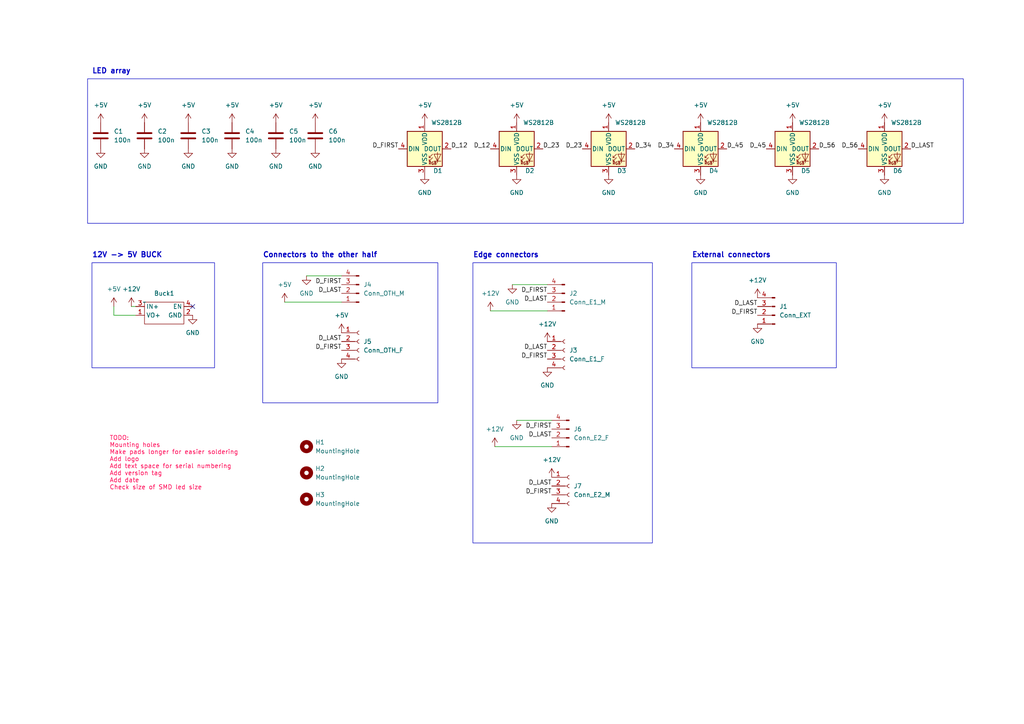
<source format=kicad_sch>
(kicad_sch (version 20230121) (generator eeschema)
  (paper "A4")
  (lib_symbols
    (symbol "--local:5v_buck"
      (property "Reference" "U" (at 5.08 1.27 0))
      (symbol "5v_buck_0_1"
        (rectangle (start 0 0) (end 11.43 -6.35))
      )
      (symbol "5v_buck_1_1"
        (pin input line (at -2.54 -3.81 0) (length 2.54) (name "VO+") (number "1"))
        (pin input line (at 13.97 -3.81 180) (length 2.54) (name "GND") (number "2"))
        (pin input line (at -2.54 -1.27 0) (length 2.54) (name "IN+") (number "3"))
        (pin input line (at 13.97 -1.27 180) (length 2.54) (name "EN") (number "4"))
      )
    )
    (symbol "Connector:Conn_01x04_Pin" (pin_names (offset 1.016) hide)
      (property "Reference" "J" (at 0 5.08 0))
      (property "Value" "Conn_01x04_Pin" (at 0 -7.62 0))
      (symbol "Conn_01x04_Pin_1_1"
        (polyline (pts (xy 1.27 -5.08) (xy 0.8636 -5.08)) (stroke (width 0.1524)))
        (polyline (pts (xy 1.27 -2.54) (xy 0.8636 -2.54)) (stroke (width 0.1524)))
        (polyline (pts (xy 1.27 0) (xy 0.8636 0)) (stroke (width 0.1524)))
        (polyline (pts (xy 1.27 2.54) (xy 0.8636 2.54)) (stroke (width 0.1524)))
        (rectangle (start 0.8636 -4.953) (end 0 -5.207) (stroke (width 0.1524)) (fill (type outline)))
        (rectangle (start 0.8636 -2.413) (end 0 -2.667) (stroke (width 0.1524)) (fill (type outline)))
        (rectangle (start 0.8636 0.127) (end 0 -0.127) (stroke (width 0.1524)) (fill (type outline)))
        (rectangle (start 0.8636 2.667) (end 0 2.413) (stroke (width 0.1524)) (fill (type outline)))
        (pin passive line (at 5.08 2.54 180) (length 3.81) (name "Pin_1") (number "1"))
        (pin passive line (at 5.08 0 180) (length 3.81) (name "Pin_2") (number "2"))
        (pin passive line (at 5.08 -2.54 180) (length 3.81) (name "Pin_3") (number "3"))
        (pin passive line (at 5.08 -5.08 180) (length 3.81) (name "Pin_4") (number "4"))
      )
    )
    (symbol "Connector:Conn_01x04_Socket" (pin_names (offset 1.016) hide)
      (property "Reference" "J" (at 0 5.08 0))
      (property "Value" "Conn_01x04_Socket" (at 0 -7.62 0))
      (symbol "Conn_01x04_Socket_1_1"
        (arc (start 0 -4.572) (mid -0.5058 -5.08) (end 0 -5.588) (stroke (width 0.1524)))
        (arc (start 0 -2.032) (mid -0.5058 -2.54) (end 0 -3.048) (stroke (width 0.1524)))
        (polyline (pts (xy -1.27 -5.08) (xy -0.508 -5.08)) (stroke (width 0.1524)))
        (polyline (pts (xy -1.27 -2.54) (xy -0.508 -2.54)) (stroke (width 0.1524)))
        (polyline (pts (xy -1.27 0) (xy -0.508 0)) (stroke (width 0.1524)))
        (polyline (pts (xy -1.27 2.54) (xy -0.508 2.54)) (stroke (width 0.1524)))
        (arc (start 0 0.508) (mid -0.5058 0) (end 0 -0.508) (stroke (width 0.1524)))
        (arc (start 0 3.048) (mid -0.5058 2.54) (end 0 2.032) (stroke (width 0.1524)))
        (pin passive line (at -5.08 2.54 0) (length 3.81) (name "Pin_1") (number "1"))
        (pin passive line (at -5.08 0 0) (length 3.81) (name "Pin_2") (number "2"))
        (pin passive line (at -5.08 -2.54 0) (length 3.81) (name "Pin_3") (number "3"))
        (pin passive line (at -5.08 -5.08 0) (length 3.81) (name "Pin_4") (number "4"))
      )
    )
    (symbol "Device:C" (pin_numbers hide) (pin_names (offset 0.254))
      (property "Reference" "C" (at 0.635 2.54 0))
      (property "Value" "C" (at 0.635 -2.54 0))
      (symbol "C_0_1"
        (polyline (pts (xy -2.032 -0.762) (xy 2.032 -0.762)) (stroke (width 0.508)))
        (polyline (pts (xy -2.032 0.762) (xy 2.032 0.762)) (stroke (width 0.508)))
      )
      (symbol "C_1_1"
        (pin passive line (at 0 3.81 270) (length 2.794) (name "~") (number "1"))
        (pin passive line (at 0 -3.81 90) (length 2.794) (name "~") (number "2"))
      )
    )
    (symbol "LED:WS2812B" (pin_names (offset 0.254))
      (property "Reference" "D" (at 5.08 5.715 0))
      (property "Value" "WS2812B" (at 1.27 -5.715 0))
      (symbol "WS2812B_0_0"
        (text "RGB" (at 2.286 -4.191 0) (effects (font (size 0.762 0.762))))
      )
      (symbol "WS2812B_0_1"
        (polyline (pts (xy 1.27 -3.556) (xy 1.778 -3.556)))
        (polyline (pts (xy 1.27 -2.54) (xy 1.778 -2.54)))
        (polyline (pts (xy 4.699 -3.556) (xy 2.667 -3.556)))
        (polyline (pts (xy 2.286 -2.54) (xy 1.27 -3.556) (xy 1.27 -3.048)))
        (polyline (pts (xy 2.286 -1.524) (xy 1.27 -2.54) (xy 1.27 -2.032)))
        (polyline (pts (xy 3.683 -1.016) (xy 3.683 -3.556) (xy 3.683 -4.064)))
        (polyline (pts (xy 4.699 -1.524) (xy 2.667 -1.524) (xy 3.683 -3.556) (xy 4.699 -1.524)))
        (rectangle (start 5.08 5.08) (end -5.08 -5.08) (stroke (width 0.254)) (fill (type background)))
      )
      (symbol "WS2812B_1_1"
        (pin power_in line (at 0 7.62 270) (length 2.54) (name "VDD") (number "1"))
        (pin output line (at 7.62 0 180) (length 2.54) (name "DOUT") (number "2"))
        (pin power_in line (at 0 -7.62 90) (length 2.54) (name "VSS") (number "3"))
        (pin input line (at -7.62 0 0) (length 2.54) (name "DIN") (number "4"))
      )
    )
    (symbol "Mechanical:MountingHole" (pin_names (offset 1.016))
      (property "Reference" "H" (at 0 5.08 0))
      (property "Value" "MountingHole" (at 0 3.175 0))
      (symbol "MountingHole_0_1"
        (circle (center 0 0) (radius 1.27) (stroke (width 1.27)))
      )
    )
    (symbol "power:+12V" (power) (pin_names (offset 0))
      (property "Value" "+12V" (at 0 3.556 0))
      (symbol "+12V_0_1"
        (polyline (pts (xy -0.762 1.27) (xy 0 2.54)))
        (polyline (pts (xy 0 0) (xy 0 2.54)))
        (polyline (pts (xy 0 2.54) (xy 0.762 1.27)))
      )
      (symbol "+12V_1_1"
        (pin power_in line (at 0 0 90) (length 0) hide (name "+12V") (number "1"))
      )
    )
    (symbol "power:+5V" (power) (pin_names (offset 0))
      (property "Value" "+5V" (at 0 3.556 0))
      (symbol "+5V_0_1"
        (polyline (pts (xy -0.762 1.27) (xy 0 2.54)))
        (polyline (pts (xy 0 0) (xy 0 2.54)))
        (polyline (pts (xy 0 2.54) (xy 0.762 1.27)))
      )
      (symbol "+5V_1_1"
        (pin power_in line (at 0 0 90) (length 0) hide (name "+5V") (number "1"))
      )
    )
    (symbol "power:GND" (power) (pin_names (offset 0))
      (property "Value" "GND" (at 0 -3.81 0))
      (symbol "GND_0_1"
        (polyline (pts (xy 0 0) (xy 0 -1.27) (xy 1.27 -1.27) (xy 0 -2.54) (xy -1.27 -1.27) (xy 0 -1.27)))
      )
      (symbol "GND_1_1"
        (pin power_in line (at 0 0 270) (length 0) hide (name "GND") (number "1"))
      )
    )
  )
  (no_connect (at 55.88 88.9))
  (wire (pts (xy 38.1 88.9) (xy 39.37 88.9)))
  (wire (pts (xy 149.86 121.92) (xy 160.02 121.92)))
  (wire (pts (xy 33.02 88.9) (xy 33.02 91.44)))
  (wire (pts (xy 88.9 80.01) (xy 99.06 80.01)))
  (wire (pts (xy 82.55 87.63) (xy 99.06 87.63)))
  (wire (pts (xy 33.02 91.44) (xy 39.37 91.44)))
  (wire (pts (xy 143.51 129.54) (xy 160.02 129.54)))
  (wire (pts (xy 148.59 82.55) (xy 158.75 82.55)))
  (wire (pts (xy 142.24 90.17) (xy 158.75 90.17)))
  (rectangle (start 200.66 76.2) (end 242.57 106.68))
  (rectangle (start 25.4 22.86) (end 279.4 64.77))
  (rectangle (start 137.16 76.2) (end 189.23 157.48))
  (rectangle (start 26.67 76.2) (end 62.23 106.68))
  (rectangle (start 76.2 76.2) (end 127 116.84))
  (text "Edge connectors" (at 137.16 74.93 0) (effects (font (size 1.5 1.5) (thickness 0.3) bold) (justify left bottom)))
  (text "12V -> 5V BUCK" (at 26.67 74.93 0) (effects (font (size 1.5 1.5) (thickness 0.3) bold) (justify left bottom)))
  (text "Connectors to the other half" (at 76.2 74.93 0) (effects (font (size 1.5 1.5) (thickness 0.3) bold) (justify left bottom)))
  (text "LED array" (at 26.67 21.59 0) (effects (font (size 1.5 1.5) (thickness 0.3) bold) (justify left bottom)))
  (text "TODO:\nMounting holes\nMake pads longer for easier soldering \nAdd logo\nAdd text space for serial numbering\nAdd version tag\nAdd date\nCheck size of SMD led size" (at 31.75 142.24 0) (effects (font (size 1.27 1.27)) (justify left bottom)))
  (text "External connectors" (at 200.66 74.93 0) (effects (font (size 1.5 1.5) (thickness 0.3) bold) (justify left bottom)))
  (label "D_LAST" (at 160.02 140.97 180))
  (label "D_LAST" (at 160.02 127 180))
  (label "D_FIRST" (at 219.71 91.44 180))
  (label "D_34" (at 184.15 43.18 0))
  (label "D_FIRST" (at 158.75 104.14 180))
  (label "D_LAST" (at 219.71 88.9 180))
  (label "D_23" (at 157.48 43.18 0))
  (label "D_56" (at 237.49 43.18 0))
  (label "D_23" (at 168.91 43.18 180))
  (label "D_FIRST" (at 160.02 143.51 180))
  (label "D_45" (at 222.25 43.18 180))
  (label "D_FIRST" (at 158.75 85.09 180))
  (label "D_FIRST" (at 115.57 43.18 180))
  (label "D_LAST" (at 99.06 85.09 180))
  (label "D_FIRST" (at 99.06 82.55 180))
  (label "D_LAST" (at 158.75 101.6 180))
  (label "D_56" (at 248.92 43.18 180))
  (label "D_45" (at 210.82 43.18 0))
  (label "D_FIRST" (at 160.02 124.46 180))
  (label "D_12" (at 142.24 43.18 180))
  (label "D_34" (at 195.58 43.18 180))
  (label "D_LAST" (at 158.75 87.63 180))
  (label "D_12" (at 130.81 43.18 0))
  (label "D_LAST" (at 264.16 43.18 0))
  (label "D_FIRST" (at 99.06 101.6 180))
  (label "D_LAST" (at 99.06 99.06 180))
  (symbol (lib_id "power:GND") (at 41.91 43.18 0) (unit 1)
    (property "Reference" "#PWR07" (effects hide))
    (property "Value" "GND" (at 41.91 48.26 0))
  )
  (symbol (lib_id "LED:WS2812B") (at 176.53 43.18 0) (unit 1)
    (property "Reference" "D3" (at 180.34 49.53 0))
    (property "Value" "WS2812B" (at 182.88 35.56 0))
    (property "Footprint" "LED_SMD:LED_WS2812B_PLCC4_5.0x5.0mm_P3.2mm" (effects hide))
    (property "Datasheet" "https://cdn-shop.adafruit.com/datasheets/WS2812B.pdf" (effects hide))
  )
  (symbol (lib_id "power:GND") (at 158.75 106.68 0) (unit 1)
    (property "Reference" "#PWR021" (effects hide))
    (property "Value" "GND" (at 158.75 111.76 0))
  )
  (symbol (lib_id "power:+5V") (at 82.55 87.63 0) (unit 1)
    (property "Reference" "#PWR025" (effects hide))
    (property "Value" "+5V" (at 82.55 82.55 0))
  )
  (symbol (lib_id "Mechanical:MountingHole") (at 88.9 129.54 0) (unit 1)
    (property "Reference" "H1" (at 91.44 128.27 0) (effects (justify left)))
    (property "Value" "MountingHole" (at 91.44 130.81 0) (effects (justify left)))
    (property "Footprint" "MountingHole:MountingHole_3.2mm_M3" (effects hide))
  )
  (symbol (lib_id "power:+5V") (at 99.06 96.52 0) (unit 1)
    (property "Reference" "#PWR027" (effects hide))
    (property "Value" "+5V" (at 99.06 91.44 0))
  )
  (symbol (lib_id "LED:WS2812B") (at 229.87 43.18 0) (unit 1)
    (property "Reference" "D5" (at 233.68 49.53 0))
    (property "Value" "WS2812B" (at 236.22 35.56 0))
    (property "Footprint" "LED_SMD:LED_WS2812B_PLCC4_5.0x5.0mm_P3.2mm" (effects hide))
    (property "Datasheet" "https://cdn-shop.adafruit.com/datasheets/WS2812B.pdf" (effects hide))
  )
  (symbol (lib_id "power:+5V") (at 67.31 35.56 0) (unit 1)
    (property "Reference" "#PWR039" (effects hide))
    (property "Value" "+5V" (at 67.31 30.48 0))
  )
  (symbol (lib_id "power:GND") (at 149.86 121.92 0) (unit 1)
    (property "Reference" "#PWR030" (effects hide))
    (property "Value" "GND" (at 149.86 127 0))
  )
  (symbol (lib_id "power:+5V") (at 256.54 35.56 0) (unit 1)
    (property "Reference" "#PWR034" (effects hide))
    (property "Value" "+5V" (at 256.54 30.48 0))
  )
  (symbol (lib_id "power:+5V") (at 54.61 35.56 0) (unit 1)
    (property "Reference" "#PWR038" (effects hide))
    (property "Value" "+5V" (at 54.61 30.48 0))
  )
  (symbol (lib_id "Mechanical:MountingHole") (at 88.9 137.16 0) (unit 1)
    (property "Reference" "H2" (at 91.44 135.89 0) (effects (justify left)))
    (property "Value" "MountingHole" (at 91.44 138.43 0) (effects (justify left)))
    (property "Footprint" "MountingHole:MountingHole_3.2mm_M3" (effects hide))
  )
  (symbol (lib_id "power:+5V") (at 29.21 35.56 0) (unit 1)
    (property "Reference" "#PWR036" (effects hide))
    (property "Value" "+5V" (at 29.21 30.48 0))
  )
  (symbol (lib_id "Device:C") (at 67.31 39.37 0) (unit 1)
    (property "Reference" "C4" (at 71.12 38.1 0) (effects (justify left)))
    (property "Value" "100n" (at 71.12 40.64 0) (effects (justify left)))
    (property "Footprint" "Capacitor_SMD:C_0805_2012Metric_Pad1.18x1.45mm_HandSolder" (effects hide))
  )
  (symbol (lib_id "power:+5V") (at 33.02 88.9 0) (unit 1)
    (property "Reference" "#PWR04" (effects hide))
    (property "Value" "+5V" (at 33.02 83.82 0))
  )
  (symbol (lib_id "power:GND") (at 219.71 93.98 0) (unit 1)
    (property "Reference" "#PWR019" (effects hide))
    (property "Value" "GND" (at 219.71 99.06 0))
  )
  (symbol (lib_id "power:+5V") (at 149.86 35.56 0) (unit 1)
    (property "Reference" "#PWR08" (effects hide))
    (property "Value" "+5V" (at 149.86 30.48 0))
  )
  (symbol (lib_id "Device:C") (at 54.61 39.37 0) (unit 1)
    (property "Reference" "C3" (at 58.42 38.1 0) (effects (justify left)))
    (property "Value" "100n" (at 58.42 40.64 0) (effects (justify left)))
    (property "Footprint" "Capacitor_SMD:C_0805_2012Metric_Pad1.18x1.45mm_HandSolder" (effects hide))
  )
  (symbol (lib_id "power:+5V") (at 123.19 35.56 0) (unit 1)
    (property "Reference" "#PWR02" (effects hide))
    (property "Value" "+5V" (at 123.19 30.48 0))
  )
  (symbol (lib_id "Connector:Conn_01x04_Pin") (at 224.79 91.44 180) (unit 1)
    (property "Reference" "J1" (at 226.06 88.9 0) (effects (justify right)))
    (property "Value" "Conn_EXT" (at 226.06 91.44 0) (effects (justify right)))
    (property "Footprint" "--local:4_pin_solder_pad" (effects hide))
  )
  (symbol (lib_id "power:GND") (at 55.88 91.44 0) (unit 1)
    (property "Reference" "#PWR03" (effects hide))
    (property "Value" "GND" (at 55.88 96.52 0))
  )
  (symbol (lib_id "Device:C") (at 91.44 39.37 0) (unit 1)
    (property "Reference" "C6" (at 95.25 38.1 0) (effects (justify left)))
    (property "Value" "100n" (at 95.25 40.64 0) (effects (justify left)))
    (property "Footprint" "Capacitor_SMD:C_0805_2012Metric_Pad1.18x1.45mm_HandSolder" (effects hide))
  )
  (symbol (lib_id "power:+5V") (at 80.01 35.56 0) (unit 1)
    (property "Reference" "#PWR040" (effects hide))
    (property "Value" "+5V" (at 80.01 30.48 0))
  )
  (symbol (lib_id "Connector:Conn_01x04_Socket") (at 165.1 140.97 0) (unit 1)
    (property "Reference" "J7" (at 166.37 140.97 0) (effects (justify left)))
    (property "Value" "Conn_E2_M" (at 166.37 143.51 0) (effects (justify left)))
    (property "Footprint" "--local:4_pin_solder_pad" (effects hide))
  )
  (symbol (lib_id "power:GND") (at 29.21 43.18 0) (unit 1)
    (property "Reference" "#PWR06" (effects hide))
    (property "Value" "GND" (at 29.21 48.26 0))
  )
  (symbol (lib_id "Connector:Conn_01x04_Socket") (at 104.14 99.06 0) (unit 1)
    (property "Reference" "J5" (at 105.41 99.06 0) (effects (justify left)))
    (property "Value" "Conn_OTH_F" (at 105.41 101.6 0) (effects (justify left)))
    (property "Footprint" "--local:4_pin_solder_pad" (effects hide))
  )
  (symbol (lib_id "power:GND") (at 203.2 50.8 0) (unit 1)
    (property "Reference" "#PWR015" (effects hide))
    (property "Value" "GND" (at 203.2 55.88 0))
  )
  (symbol (lib_id "Connector:Conn_01x04_Pin") (at 163.83 87.63 180) (unit 1)
    (property "Reference" "J2" (at 165.1 85.09 0) (effects (justify right)))
    (property "Value" "Conn_E1_M" (at 165.1 87.63 0) (effects (justify right)))
    (property "Footprint" "--local:4_pin_solder_pad" (effects hide))
  )
  (symbol (lib_id "power:GND") (at 229.87 50.8 0) (unit 1)
    (property "Reference" "#PWR018" (effects hide))
    (property "Value" "GND" (at 229.87 55.88 0))
  )
  (symbol (lib_id "power:GND") (at 148.59 82.55 0) (unit 1)
    (property "Reference" "#PWR022" (effects hide))
    (property "Value" "GND" (at 148.59 87.63 0))
  )
  (symbol (lib_id "power:GND") (at 256.54 50.8 0) (unit 1)
    (property "Reference" "#PWR035" (effects hide))
    (property "Value" "GND" (at 256.54 55.88 0))
  )
  (symbol (lib_id "power:GND") (at 176.53 50.8 0) (unit 1)
    (property "Reference" "#PWR012" (effects hide))
    (property "Value" "GND" (at 176.53 55.88 0))
  )
  (symbol (lib_id "power:GND") (at 54.61 43.18 0) (unit 1)
    (property "Reference" "#PWR010" (effects hide))
    (property "Value" "GND" (at 54.61 48.26 0))
  )
  (symbol (lib_id "Device:C") (at 29.21 39.37 0) (unit 1)
    (property "Reference" "C1" (at 33.02 38.1 0) (effects (justify left)))
    (property "Value" "100n" (at 33.02 40.64 0) (effects (justify left)))
    (property "Footprint" "Capacitor_SMD:C_0805_2012Metric_Pad1.18x1.45mm_HandSolder" (effects hide))
  )
  (symbol (lib_id "power:GND") (at 99.06 104.14 0) (unit 1)
    (property "Reference" "#PWR028" (effects hide))
    (property "Value" "GND" (at 99.06 109.22 0))
  )
  (symbol (lib_id "LED:WS2812B") (at 149.86 43.18 0) (unit 1)
    (property "Reference" "D2" (at 153.67 49.53 0))
    (property "Value" "WS2812B" (at 156.21 35.56 0))
    (property "Footprint" "LED_SMD:LED_WS2812B_PLCC4_5.0x5.0mm_P3.2mm" (effects hide))
    (property "Datasheet" "https://cdn-shop.adafruit.com/datasheets/WS2812B.pdf" (effects hide))
  )
  (symbol (lib_id "power:+5V") (at 203.2 35.56 0) (unit 1)
    (property "Reference" "#PWR014" (effects hide))
    (property "Value" "+5V" (at 203.2 30.48 0))
  )
  (symbol (lib_id "LED:WS2812B") (at 256.54 43.18 0) (unit 1)
    (property "Reference" "D6" (at 260.35 49.53 0))
    (property "Value" "WS2812B" (at 262.89 35.56 0))
    (property "Footprint" "LED_SMD:LED_WS2812B_PLCC4_5.0x5.0mm_P3.2mm" (effects hide))
    (property "Datasheet" "https://cdn-shop.adafruit.com/datasheets/WS2812B.pdf" (effects hide))
  )
  (symbol (lib_id "power:GND") (at 88.9 80.01 0) (unit 1)
    (property "Reference" "#PWR026" (effects hide))
    (property "Value" "GND" (at 88.9 85.09 0))
  )
  (symbol (lib_id "power:+5V") (at 41.91 35.56 0) (unit 1)
    (property "Reference" "#PWR037" (effects hide))
    (property "Value" "+5V" (at 41.91 30.48 0))
  )
  (symbol (lib_id "power:+12V") (at 158.75 99.06 0) (unit 1)
    (property "Reference" "#PWR024" (effects hide))
    (property "Value" "+12V" (at 158.75 93.98 0))
  )
  (symbol (lib_id "Device:C") (at 80.01 39.37 0) (unit 1)
    (property "Reference" "C5" (at 83.82 38.1 0) (effects (justify left)))
    (property "Value" "100n" (at 83.82 40.64 0) (effects (justify left)))
    (property "Footprint" "Capacitor_SMD:C_0805_2012Metric_Pad1.18x1.45mm_HandSolder" (effects hide))
  )
  (symbol (lib_id "LED:WS2812B") (at 203.2 43.18 0) (unit 1)
    (property "Reference" "D4" (at 207.01 49.53 0))
    (property "Value" "WS2812B" (at 209.55 35.56 0))
    (property "Footprint" "LED_SMD:LED_WS2812B_PLCC4_5.0x5.0mm_P3.2mm" (effects hide))
    (property "Datasheet" "https://cdn-shop.adafruit.com/datasheets/WS2812B.pdf" (effects hide))
  )
  (symbol (lib_id "power:+5V") (at 176.53 35.56 0) (unit 1)
    (property "Reference" "#PWR011" (effects hide))
    (property "Value" "+5V" (at 176.53 30.48 0))
  )
  (symbol (lib_id "power:+12V") (at 143.51 129.54 0) (unit 1)
    (property "Reference" "#PWR029" (effects hide))
    (property "Value" "+12V" (at 143.51 124.46 0))
  )
  (symbol (lib_id "power:GND") (at 91.44 43.18 0) (unit 1)
    (property "Reference" "#PWR033" (effects hide))
    (property "Value" "GND" (at 91.44 48.26 0))
  )
  (symbol (lib_id "Mechanical:MountingHole") (at 88.9 144.78 0) (unit 1)
    (property "Reference" "H3" (at 91.44 143.51 0) (effects (justify left)))
    (property "Value" "MountingHole" (at 91.44 146.05 0) (effects (justify left)))
    (property "Footprint" "MountingHole:MountingHole_3.2mm_M3" (effects hide))
  )
  (symbol (lib_id "power:GND") (at 80.01 43.18 0) (unit 1)
    (property "Reference" "#PWR016" (effects hide))
    (property "Value" "GND" (at 80.01 48.26 0))
  )
  (symbol (lib_id "power:+5V") (at 91.44 35.56 0) (unit 1)
    (property "Reference" "#PWR041" (effects hide))
    (property "Value" "+5V" (at 91.44 30.48 0))
  )
  (symbol (lib_id "Device:C") (at 41.91 39.37 0) (unit 1)
    (property "Reference" "C2" (at 45.72 38.1 0) (effects (justify left)))
    (property "Value" "100n" (at 45.72 40.64 0) (effects (justify left)))
    (property "Footprint" "Capacitor_SMD:C_0805_2012Metric_Pad1.18x1.45mm_HandSolder" (effects hide))
  )
  (symbol (lib_id "Connector:Conn_01x04_Pin") (at 104.14 85.09 180) (unit 1)
    (property "Reference" "J4" (at 105.41 82.55 0) (effects (justify right)))
    (property "Value" "Conn_OTH_M" (at 105.41 85.09 0) (effects (justify right)))
    (property "Footprint" "--local:4_pin_solder_pad" (effects hide))
  )
  (symbol (lib_id "power:+12V") (at 142.24 90.17 0) (unit 1)
    (property "Reference" "#PWR023" (effects hide))
    (property "Value" "+12V" (at 142.24 85.09 0))
  )
  (symbol (lib_id "power:+12V") (at 219.71 86.36 0) (unit 1)
    (property "Reference" "#PWR020" (effects hide))
    (property "Value" "+12V" (at 219.71 81.28 0))
  )
  (symbol (lib_id "power:+12V") (at 38.1 88.9 0) (unit 1)
    (property "Reference" "#PWR05" (effects hide))
    (property "Value" "+12V" (at 38.1 83.82 0))
  )
  (symbol (lib_id "--local:5v_buck") (at 41.91 87.63 0) (unit 1)
    (property "Reference" "Buck1" (at 47.625 85.09 0))
    (property "Value" "~" (at 41.91 87.63 0))
    (property "Footprint" "--local:5v buck" (effects hide))
  )
  (symbol (lib_id "power:GND") (at 123.19 50.8 0) (unit 1)
    (property "Reference" "#PWR01" (effects hide))
    (property "Value" "GND" (at 123.19 55.88 0))
  )
  (symbol (lib_id "power:+5V") (at 229.87 35.56 0) (unit 1)
    (property "Reference" "#PWR017" (effects hide))
    (property "Value" "+5V" (at 229.87 30.48 0))
  )
  (symbol (lib_id "LED:WS2812B") (at 123.19 43.18 0) (unit 1)
    (property "Reference" "D1" (at 127 49.53 0))
    (property "Value" "WS2812B" (at 129.54 35.56 0))
    (property "Footprint" "LED_SMD:LED_WS2812B_PLCC4_5.0x5.0mm_P3.2mm" (effects hide))
    (property "Datasheet" "https://cdn-shop.adafruit.com/datasheets/WS2812B.pdf" (effects hide))
  )
  (symbol (lib_id "power:+12V") (at 160.02 138.43 0) (unit 1)
    (property "Reference" "#PWR031" (effects hide))
    (property "Value" "+12V" (at 160.02 133.35 0))
  )
  (symbol (lib_id "power:GND") (at 149.86 50.8 0) (unit 1)
    (property "Reference" "#PWR09" (effects hide))
    (property "Value" "GND" (at 149.86 55.88 0))
  )
  (symbol (lib_id "power:GND") (at 67.31 43.18 0) (unit 1)
    (property "Reference" "#PWR013" (effects hide))
    (property "Value" "GND" (at 67.31 48.26 0))
  )
  (symbol (lib_id "Connector:Conn_01x04_Socket") (at 163.83 101.6 0) (unit 1)
    (property "Reference" "J3" (at 165.1 101.6 0) (effects (justify left)))
    (property "Value" "Conn_E1_F" (at 165.1 104.14 0) (effects (justify left)))
    (property "Footprint" "--local:4_pin_solder_pad" (effects hide))
  )
  (symbol (lib_id "power:GND") (at 160.02 146.05 0) (unit 1)
    (property "Reference" "#PWR032" (effects hide))
    (property "Value" "GND" (at 160.02 151.13 0))
  )
  (symbol (lib_id "Connector:Conn_01x04_Pin") (at 165.1 127 180) (unit 1)
    (property "Reference" "J6" (at 166.37 124.46 0) (effects (justify right)))
    (property "Value" "Conn_E2_F" (at 166.37 127 0) (effects (justify right)))
    (property "Footprint" "--local:4_pin_solder_pad" (effects hide))
  )
)
</source>
